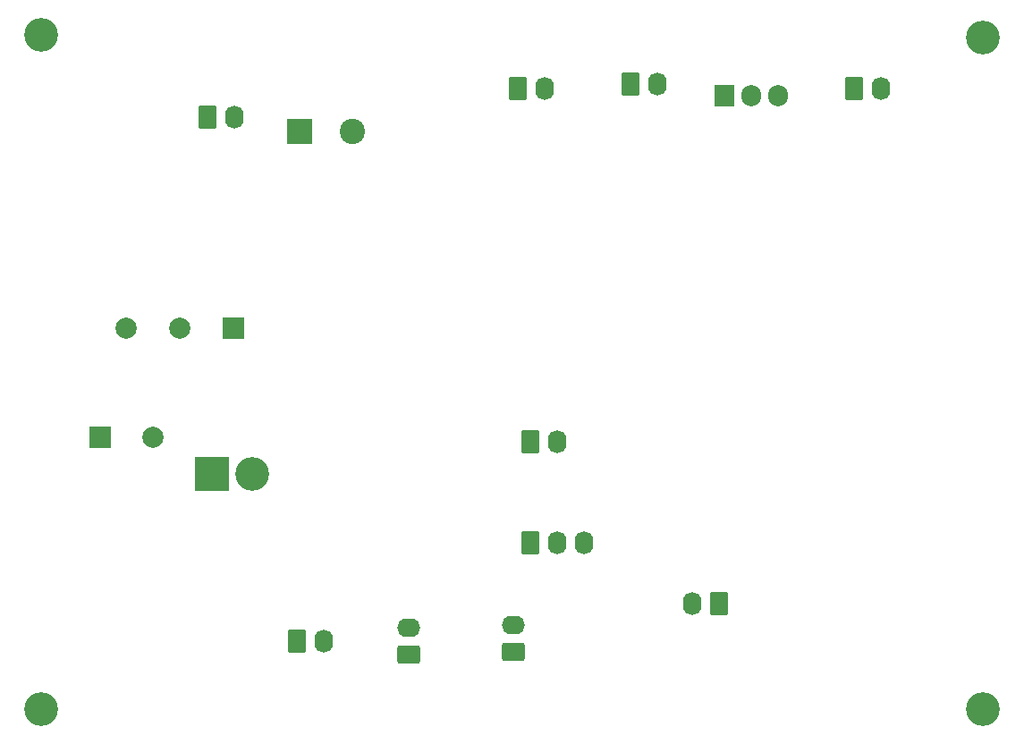
<source format=gbr>
%TF.GenerationSoftware,KiCad,Pcbnew,8.0.8*%
%TF.CreationDate,2025-03-31T15:18:46-05:00*%
%TF.ProjectId,group1_battlebot,67726f75-7031-45f6-9261-74746c65626f,rev?*%
%TF.SameCoordinates,Original*%
%TF.FileFunction,Soldermask,Bot*%
%TF.FilePolarity,Negative*%
%FSLAX46Y46*%
G04 Gerber Fmt 4.6, Leading zero omitted, Abs format (unit mm)*
G04 Created by KiCad (PCBNEW 8.0.8) date 2025-03-31 15:18:46*
%MOMM*%
%LPD*%
G01*
G04 APERTURE LIST*
G04 Aperture macros list*
%AMRoundRect*
0 Rectangle with rounded corners*
0 $1 Rounding radius*
0 $2 $3 $4 $5 $6 $7 $8 $9 X,Y pos of 4 corners*
0 Add a 4 corners polygon primitive as box body*
4,1,4,$2,$3,$4,$5,$6,$7,$8,$9,$2,$3,0*
0 Add four circle primitives for the rounded corners*
1,1,$1+$1,$2,$3*
1,1,$1+$1,$4,$5*
1,1,$1+$1,$6,$7*
1,1,$1+$1,$8,$9*
0 Add four rect primitives between the rounded corners*
20,1,$1+$1,$2,$3,$4,$5,0*
20,1,$1+$1,$4,$5,$6,$7,0*
20,1,$1+$1,$6,$7,$8,$9,0*
20,1,$1+$1,$8,$9,$2,$3,0*%
G04 Aperture macros list end*
%ADD10RoundRect,0.250000X-0.620000X-0.845000X0.620000X-0.845000X0.620000X0.845000X-0.620000X0.845000X0*%
%ADD11O,1.740000X2.190000*%
%ADD12R,2.000000X2.000000*%
%ADD13C,2.000000*%
%ADD14R,2.400000X2.400000*%
%ADD15C,2.400000*%
%ADD16RoundRect,0.250000X0.845000X-0.620000X0.845000X0.620000X-0.845000X0.620000X-0.845000X-0.620000X0*%
%ADD17O,2.190000X1.740000*%
%ADD18C,3.200000*%
%ADD19R,1.905000X2.000000*%
%ADD20O,1.905000X2.000000*%
%ADD21RoundRect,0.250000X0.620000X0.845000X-0.620000X0.845000X-0.620000X-0.845000X0.620000X-0.845000X0*%
%ADD22R,3.200000X3.200000*%
%ADD23O,3.200000X3.200000*%
G04 APERTURE END LIST*
D10*
%TO.C,J7*%
X90424000Y-49809400D03*
D11*
X92964000Y-49809400D03*
%TD*%
D12*
%TO.C,C1*%
X40228123Y-83261200D03*
D13*
X45228123Y-83261200D03*
%TD*%
D14*
%TO.C,C2*%
X59144041Y-54254400D03*
D15*
X64144041Y-54254400D03*
%TD*%
D10*
%TO.C,J9*%
X80949800Y-83662200D03*
D11*
X83489800Y-83662200D03*
%TD*%
D16*
%TO.C,J5*%
X79395000Y-103530400D03*
D17*
X79395000Y-100990400D03*
%TD*%
D10*
%TO.C,J10*%
X80949800Y-93218000D03*
D11*
X83489800Y-93218000D03*
X86029800Y-93218000D03*
%TD*%
D10*
%TO.C,J8*%
X111658400Y-50190400D03*
D11*
X114198400Y-50190400D03*
%TD*%
D12*
%TO.C,SW1*%
X52832000Y-72923400D03*
D13*
X47752000Y-72923400D03*
X42672000Y-72923400D03*
%TD*%
D10*
%TO.C,J1*%
X50393600Y-52882800D03*
D11*
X52933600Y-52882800D03*
%TD*%
D18*
%TO.C,H4*%
X123825000Y-108991400D03*
%TD*%
D10*
%TO.C,J2*%
X58902600Y-102534400D03*
D11*
X61442600Y-102534400D03*
%TD*%
D18*
%TO.C,H1*%
X34671000Y-45110400D03*
%TD*%
%TO.C,H3*%
X34671000Y-108991400D03*
%TD*%
D19*
%TO.C,Q1*%
X99364800Y-50901600D03*
D20*
X101904800Y-50901600D03*
X104444800Y-50901600D03*
%TD*%
D18*
%TO.C,H2*%
X123825000Y-45364400D03*
%TD*%
D21*
%TO.C,J6*%
X98806000Y-98938400D03*
D11*
X96266000Y-98938400D03*
%TD*%
D16*
%TO.C,J3*%
X69469000Y-103784400D03*
D17*
X69469000Y-101244400D03*
%TD*%
D22*
%TO.C,D1*%
X50800000Y-86664800D03*
D23*
X54610000Y-86664800D03*
%TD*%
D10*
%TO.C,J4*%
X79756000Y-50190400D03*
D11*
X82296000Y-50190400D03*
%TD*%
M02*

</source>
